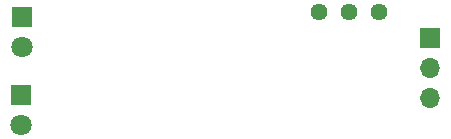
<source format=gbr>
%TF.GenerationSoftware,KiCad,Pcbnew,8.0.7*%
%TF.CreationDate,2026-02-24T14:52:02+05:30*%
%TF.ProjectId,IR Sensor,49522053-656e-4736-9f72-2e6b69636164,rev?*%
%TF.SameCoordinates,Original*%
%TF.FileFunction,Soldermask,Bot*%
%TF.FilePolarity,Negative*%
%FSLAX46Y46*%
G04 Gerber Fmt 4.6, Leading zero omitted, Abs format (unit mm)*
G04 Created by KiCad (PCBNEW 8.0.7) date 2026-02-24 14:52:02*
%MOMM*%
%LPD*%
G01*
G04 APERTURE LIST*
%ADD10C,1.440000*%
%ADD11R,1.800000X1.800000*%
%ADD12C,1.800000*%
%ADD13R,1.700000X1.700000*%
%ADD14O,1.700000X1.700000*%
G04 APERTURE END LIST*
D10*
%TO.C,RV1*%
X144476868Y-57465593D03*
X141936868Y-57465593D03*
X139396868Y-57465593D03*
%TD*%
D11*
%TO.C,D1*%
X114161931Y-64502840D03*
D12*
X114161931Y-67042840D03*
%TD*%
D11*
%TO.C,D2*%
X114189867Y-57882102D03*
D12*
X114189867Y-60422102D03*
%TD*%
D13*
%TO.C,J1*%
X148760415Y-59704166D03*
D14*
X148760415Y-62244166D03*
X148760415Y-64784166D03*
%TD*%
M02*

</source>
